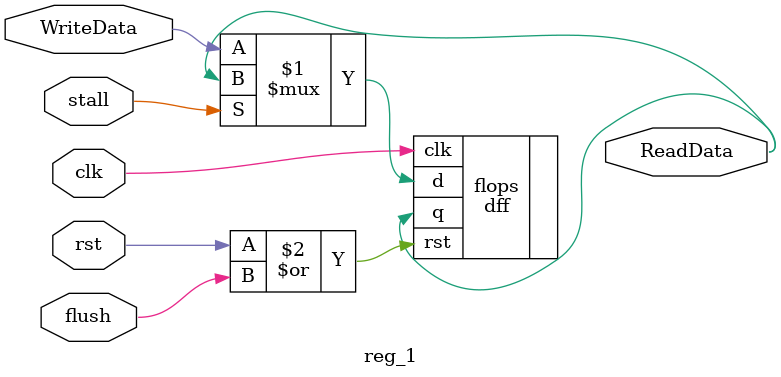
<source format=v>
module reg_1 (WriteData, stall, flush, ReadData, clk, rst);

    input WriteData, stall, flush;
    input clk, rst;
    output ReadData;

    reg  writedata;
    wire storeData;
    wire flopRst;

    dff flops(
        .d(stall ? ReadData : WriteData),
        .q(ReadData),
        .clk(clk),
        .rst(rst | flush)
    );

endmodule

</source>
